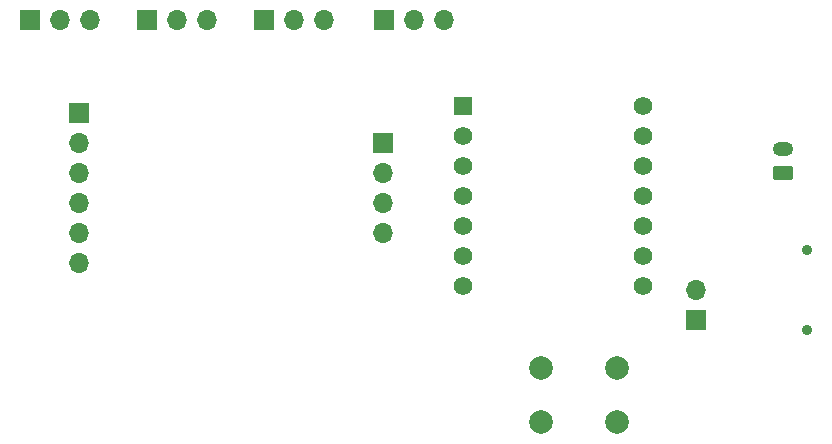
<source format=gbr>
%TF.GenerationSoftware,KiCad,Pcbnew,8.0.8*%
%TF.CreationDate,2025-02-27T22:48:29-08:00*%
%TF.ProjectId,SmartLitterBoxSensor,536d6172-744c-4697-9474-6572426f7853,rev?*%
%TF.SameCoordinates,Original*%
%TF.FileFunction,Soldermask,Bot*%
%TF.FilePolarity,Negative*%
%FSLAX46Y46*%
G04 Gerber Fmt 4.6, Leading zero omitted, Abs format (unit mm)*
G04 Created by KiCad (PCBNEW 8.0.8) date 2025-02-27 22:48:29*
%MOMM*%
%LPD*%
G01*
G04 APERTURE LIST*
G04 Aperture macros list*
%AMRoundRect*
0 Rectangle with rounded corners*
0 $1 Rounding radius*
0 $2 $3 $4 $5 $6 $7 $8 $9 X,Y pos of 4 corners*
0 Add a 4 corners polygon primitive as box body*
4,1,4,$2,$3,$4,$5,$6,$7,$8,$9,$2,$3,0*
0 Add four circle primitives for the rounded corners*
1,1,$1+$1,$2,$3*
1,1,$1+$1,$4,$5*
1,1,$1+$1,$6,$7*
1,1,$1+$1,$8,$9*
0 Add four rect primitives between the rounded corners*
20,1,$1+$1,$2,$3,$4,$5,0*
20,1,$1+$1,$4,$5,$6,$7,0*
20,1,$1+$1,$6,$7,$8,$9,0*
20,1,$1+$1,$8,$9,$2,$3,0*%
G04 Aperture macros list end*
%ADD10C,0.900000*%
%ADD11RoundRect,0.102000X-0.679000X-0.679000X0.679000X-0.679000X0.679000X0.679000X-0.679000X0.679000X0*%
%ADD12C,1.562000*%
%ADD13R,1.700000X1.700000*%
%ADD14O,1.700000X1.700000*%
%ADD15C,2.000000*%
%ADD16RoundRect,0.250000X0.625000X-0.350000X0.625000X0.350000X-0.625000X0.350000X-0.625000X-0.350000X0*%
%ADD17O,1.750000X1.200000*%
G04 APERTURE END LIST*
D10*
%TO.C,SW1*%
X202184000Y-111350000D03*
X202184000Y-104550000D03*
%TD*%
D11*
%TO.C,U2*%
X173034000Y-92392000D03*
D12*
X173034000Y-94932000D03*
X173034000Y-97472000D03*
X173034000Y-100012000D03*
X173034000Y-102552000D03*
X173034000Y-105092000D03*
X173034000Y-107632000D03*
X188274000Y-107632000D03*
X188274000Y-105092000D03*
X188274000Y-102552000D03*
X188274000Y-100012000D03*
X188274000Y-97472000D03*
X188274000Y-94932000D03*
X188274000Y-92392000D03*
%TD*%
D13*
%TO.C,J4*%
X146304000Y-85090000D03*
D14*
X148844000Y-85090000D03*
X151384000Y-85090000D03*
%TD*%
D15*
%TO.C,SW2*%
X179630000Y-114590000D03*
X186130000Y-114590000D03*
X179630000Y-119090000D03*
X186130000Y-119090000D03*
%TD*%
D13*
%TO.C,J1*%
X156180000Y-85090000D03*
D14*
X158720000Y-85090000D03*
X161260000Y-85090000D03*
%TD*%
D13*
%TO.C,J3*%
X136383000Y-85090000D03*
D14*
X138923000Y-85090000D03*
X141463000Y-85090000D03*
%TD*%
D16*
%TO.C,BT1*%
X200110000Y-98028000D03*
D17*
X200110000Y-96028000D03*
%TD*%
D13*
%TO.C,J5*%
X192786000Y-110495000D03*
D14*
X192786000Y-107955000D03*
%TD*%
D13*
%TO.C,J2*%
X166340000Y-85090000D03*
D14*
X168880000Y-85090000D03*
X171420000Y-85090000D03*
%TD*%
D13*
%TO.C,U1*%
X140546000Y-92964000D03*
D14*
X140546000Y-95504000D03*
X140546000Y-98044000D03*
X140546000Y-100584000D03*
X140546000Y-103124000D03*
X140546000Y-105664000D03*
X166286000Y-103124000D03*
X166286000Y-100584000D03*
X166286000Y-98044000D03*
D13*
X166286000Y-95504000D03*
%TD*%
M02*

</source>
